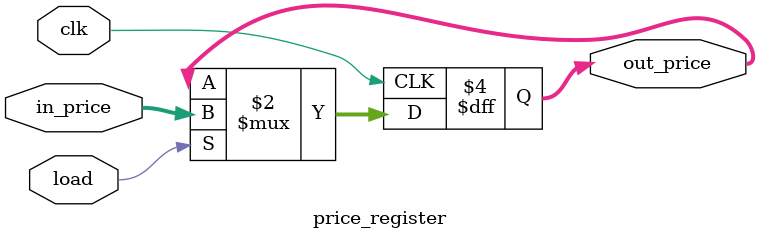
<source format=v>
module price_register(
    input clk,
    input [7:0] in_price,
    input load,
    output reg [7:0] out_price
);
  always @(posedge clk) begin
    if (load)
        out_price <= in_price;
  end
endmodule


</source>
